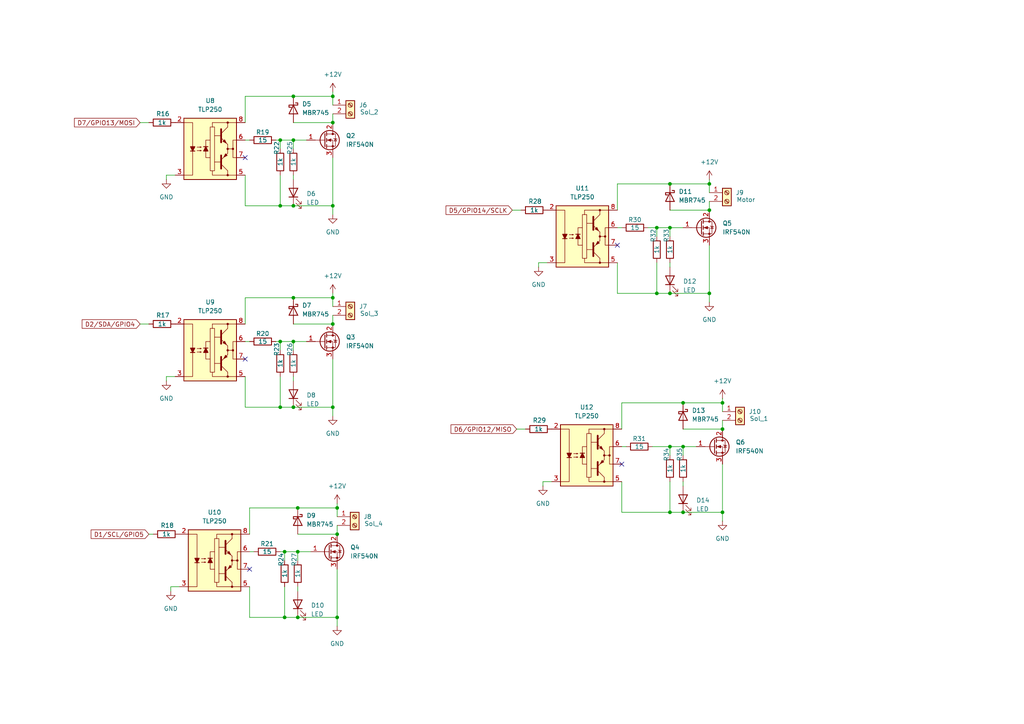
<source format=kicad_sch>
(kicad_sch (version 20250114) (generator "eeschema") (generator_version "9.0")
  (paper "A4")
  (title_block (title "ESP-12 Circuit for Pressure control") (date "2025-09-07") (rev "v1.0") (company "Metanoia") (comment 1 "designed by Mohamed U3"))
  (lib_symbols
    (symbol "Connector:Screw_Terminal_01x02" (pin_names (offset 1.016) (hide yes))
      (property "Reference" "J" (at 0 2.54 0))
      (property "Value" "Screw_Terminal_01x02" (at 0 -5.08 0))
      (symbol "Screw_Terminal_01x02_1_1"
        (rectangle (start -1.27 1.27) (end 1.27 -3.81) (stroke (width 0.254)) (fill (type background)))
        (polyline (pts (xy -0.5334 0.3302) (xy 0.3302 -0.508)) (stroke (width 0.1524)))
        (polyline (pts (xy -0.5334 -2.2098) (xy 0.3302 -3.048)) (stroke (width 0.1524)))
        (polyline (pts (xy -0.3556 0.508) (xy 0.508 -0.3302)) (stroke (width 0.1524)))
        (polyline (pts (xy -0.3556 -2.032) (xy 0.508 -2.8702)) (stroke (width 0.1524)))
        (circle (center 0 0) (radius 0.635) (stroke (width 0.1524)))
        (circle (center 0 -2.54) (radius 0.635) (stroke (width 0.1524)))
        (pin passive line (at -5.08 0 0) (length 3.81) (name "Pin_1") (number "1"))
        (pin passive line (at -5.08 -2.54 0) (length 3.81) (name "Pin_2") (number "2"))
      )
    )
    (symbol "Device:LED" (pin_numbers (hide yes)) (pin_names (offset 1.016) (hide yes))
      (property "Reference" "D" (at 0 2.54 0))
      (property "Value" "LED" (at 0 -2.54 0))
      (symbol "LED_0_1"
        (polyline (pts (xy -3.048 -0.762) (xy -4.572 -2.286) (xy -3.81 -2.286) (xy -4.572 -2.286) (xy -4.572 -1.524)))
        (polyline (pts (xy -1.778 -0.762) (xy -3.302 -2.286) (xy -2.54 -2.286) (xy -3.302 -2.286) (xy -3.302 -1.524)))
        (polyline (pts (xy -1.27 0) (xy 1.27 0)))
        (polyline (pts (xy -1.27 -1.27) (xy -1.27 1.27)) (stroke (width 0.254)))
        (polyline (pts (xy 1.27 -1.27) (xy 1.27 1.27) (xy -1.27 0) (xy 1.27 -1.27)) (stroke (width 0.254)))
      )
      (symbol "LED_1_1"
        (pin passive line (at -3.81 0 0) (length 2.54) (name "K") (number "1"))
        (pin passive line (at 3.81 0 180) (length 2.54) (name "A") (number "2"))
      )
    )
    (symbol "Device:R" (pin_numbers (hide yes)) (pin_names (offset 0))
      (property "Reference" "R" (at 2.032 0 90))
      (property "Value" "R" (at 0 0 90))
      (symbol "R_0_1"
        (rectangle (start -1.016 -2.54) (end 1.016 2.54) (stroke (width 0.254)))
      )
      (symbol "R_1_1"
        (pin passive line (at 0 3.81 270) (length 1.27) (name "~") (number "1"))
        (pin passive line (at 0 -3.81 90) (length 1.27) (name "~") (number "2"))
      )
    )
    (symbol "Diode:MBR745" (pin_numbers (hide yes)) (pin_names (offset 1.016) (hide yes))
      (property "Reference" "D" (at 0 2.54 0))
      (property "Value" "MBR745" (at 0 -2.54 0))
      (symbol "MBR745_0_1"
        (polyline (pts (xy -1.905 0.635) (xy -1.905 1.27) (xy -1.27 1.27) (xy -1.27 -1.27) (xy -0.635 -1.27) (xy -0.635 -0.635)) (stroke (width 0.254)))
        (polyline (pts (xy 1.27 1.27) (xy 1.27 -1.27) (xy -1.27 0) (xy 1.27 1.27)) (stroke (width 0.254)))
        (polyline (pts (xy 1.27 0) (xy -1.27 0)))
      )
      (symbol "MBR745_1_1"
        (pin passive line (at -3.81 0 0) (length 2.54) (name "K") (number "1"))
        (pin passive line (at 3.81 0 180) (length 2.54) (name "A") (number "2"))
      )
    )
    (symbol "Driver_FET:TLP250" (pin_names (hide yes))
      (property "Reference" "U" (at 0 12.7 0))
      (property "Value" "TLP250" (at 0 10.16 0))
      (symbol "TLP250_0_1"
        (rectangle (start -7.62 8.89) (end 7.62 -8.89) (stroke (width 0.254)) (fill (type background)))
        (polyline (pts (xy -7.62 7.62) (xy -5.08 7.62) (xy -5.08 -7.62) (xy -7.62 -7.62)))
        (polyline (pts (xy -5.715 -0.635) (xy -4.445 -0.635)) (stroke (width 0.254)))
        (polyline (pts (xy -5.08 -0.635) (xy -5.715 0.635) (xy -4.445 0.635) (xy -5.08 -0.635)) (stroke (width 0.254)) (fill (type outline)))
        (polyline (pts (xy -3.81 0.508) (xy -2.54 0.508) (xy -2.921 0.381) (xy -2.921 0.635) (xy -2.54 0.508)))
        (polyline (pts (xy -3.81 -0.508) (xy -2.54 -0.508) (xy -2.921 -0.635) (xy -2.921 -0.381) (xy -2.54 -0.508)))
        (polyline (pts (xy -1.27 0.635) (xy -1.27 2.54) (xy 0 2.54)))
        (polyline (pts (xy -1.27 0.635) (xy -0.635 -0.635) (xy -1.905 -0.635) (xy -1.27 0.635)) (stroke (width 0.254)) (fill (type outline)))
        (polyline (pts (xy -1.27 -0.635) (xy -1.27 -2.54) (xy 0 -2.54)))
        (polyline (pts (xy -0.635 0.635) (xy -1.905 0.635)) (stroke (width 0.254)))
        (rectangle (start 0.635 6.35) (end 0.635 7.62))
        (rectangle (start 0.635 6.35) (end 0.635 6.35))
        (polyline (pts (xy 0.635 -6.35) (xy 0.635 -7.62) (xy 7.62 -7.62)))
        (polyline (pts (xy 1.27 6.35) (xy 1.27 -6.35) (xy 0 -6.35) (xy 0 6.35) (xy 1.27 6.35)))
        (polyline (pts (xy 3.048 3.81) (xy 1.27 3.81)))
        (polyline (pts (xy 3.048 -3.81) (xy 1.27 -3.81)))
        (polyline (pts (xy 3.175 5.715) (xy 3.175 1.905) (xy 3.175 1.905)) (stroke (width 0.508)))
        (polyline (pts (xy 3.175 4.445) (xy 5.08 6.35)))
        (polyline (pts (xy 3.175 -4.445) (xy 5.08 -6.35)))
        (polyline (pts (xy 3.175 -5.715) (xy 3.175 -1.905) (xy 3.175 -1.905)) (stroke (width 0.508)))
        (polyline (pts (xy 3.683 2.159) (xy 4.191 2.667) (xy 4.699 1.651) (xy 3.683 2.159) (xy 3.683 2.159)) (fill (type outline)))
        (polyline (pts (xy 4.953 -1.905) (xy 4.445 -1.397) (xy 3.937 -2.413) (xy 4.953 -1.905) (xy 4.953 -1.905)) (fill (type outline)))
        (circle (center 5.08 7.62) (radius 0.254) (fill (type outline)))
        (polyline (pts (xy 5.08 6.35) (xy 5.08 7.62)))
        (polyline (pts (xy 5.08 1.27) (xy 3.175 3.175)) (fill (type outline)))
        (rectangle (start 5.08 1.27) (end 5.08 -1.27))
        (polyline (pts (xy 5.08 0) (xy 6.604 0)))
        (circle (center 5.08 0) (radius 0.254) (fill (type outline)))
        (polyline (pts (xy 5.08 -1.27) (xy 3.175 -3.175)) (fill (type outline)))
        (polyline (pts (xy 5.08 -6.35) (xy 5.08 -7.62)))
        (circle (center 5.08 -7.62) (radius 0.254) (fill (type outline)))
        (circle (center 6.604 0) (radius 0.254) (fill (type outline)))
        (polyline (pts (xy 7.62 7.62) (xy 0.635 7.62)))
        (polyline (pts (xy 7.62 2.54) (xy 6.604 2.54) (xy 6.604 -2.54) (xy 7.62 -2.54)))
      )
      (symbol "TLP250_1_1"
        (pin passive line (at -10.16 7.62 0) (length 2.54) (name "A") (number "2"))
        (pin passive line (at -10.16 -7.62 0) (length 2.54) (name "C") (number "3"))
        (pin no_connect line (at -7.62 2.54 0) (length 2.54) (hide yes) (name "NC") (number "1"))
        (pin no_connect line (at -7.62 -2.54 0) (length 2.54) (hide yes) (name "NC") (number "4"))
        (pin power_in line (at 10.16 7.62 180) (length 2.54) (name "VCC") (number "8"))
        (pin output line (at 10.16 2.54 180) (length 2.54) (name "VO") (number "6"))
        (pin output line (at 10.16 -2.54 180) (length 2.54) (name "VO") (number "7"))
        (pin power_in line (at 10.16 -7.62 180) (length 2.54) (name "VEE") (number "5"))
      )
    )
    (symbol "Transistor_FET:IRF540N" (pin_names (hide yes))
      (property "Reference" "Q" (at 5.08 1.905 0))
      (property "Value" "IRF540N" (at 5.08 0 0))
      (symbol "IRF540N_0_1"
        (polyline (pts (xy 0.254 1.905) (xy 0.254 -1.905)) (stroke (width 0.254)))
        (polyline (pts (xy 0.254 0) (xy -2.54 0)))
        (polyline (pts (xy 0.762 2.286) (xy 0.762 1.27)) (stroke (width 0.254)))
        (polyline (pts (xy 0.762 0.508) (xy 0.762 -0.508)) (stroke (width 0.254)))
        (polyline (pts (xy 0.762 -1.27) (xy 0.762 -2.286)) (stroke (width 0.254)))
        (polyline (pts (xy 0.762 -1.778) (xy 3.302 -1.778) (xy 3.302 1.778) (xy 0.762 1.778)))
        (polyline (pts (xy 1.016 0) (xy 2.032 0.381) (xy 2.032 -0.381) (xy 1.016 0)) (fill (type outline)))
        (circle (center 1.651 0) (radius 2.794) (stroke (width 0.254)))
        (polyline (pts (xy 2.54 2.54) (xy 2.54 1.778)))
        (circle (center 2.54 1.778) (radius 0.254) (fill (type outline)))
        (circle (center 2.54 -1.778) (radius 0.254) (fill (type outline)))
        (polyline (pts (xy 2.54 -2.54) (xy 2.54 0) (xy 0.762 0)))
        (polyline (pts (xy 2.794 0.508) (xy 2.921 0.381) (xy 3.683 0.381) (xy 3.81 0.254)))
        (polyline (pts (xy 3.302 0.381) (xy 2.921 -0.254) (xy 3.683 -0.254) (xy 3.302 0.381)))
      )
      (symbol "IRF540N_1_1"
        (pin input line (at -5.08 0 0) (length 2.54) (name "G") (number "1"))
        (pin passive line (at 2.54 5.08 270) (length 2.54) (name "D") (number "2"))
        (pin passive line (at 2.54 -5.08 90) (length 2.54) (name "S") (number "3"))
      )
    )
    (symbol "power:+12V" (power) (pin_numbers (hide yes)) (pin_names (offset 0) (hide yes))
      (property "Value" "+12V" (at 0 3.556 0))
      (symbol "+12V_0_1"
        (polyline (pts (xy -0.762 1.27) (xy 0 2.54)))
        (polyline (pts (xy 0 2.54) (xy 0.762 1.27)))
        (polyline (pts (xy 0 0) (xy 0 2.54)))
      )
      (symbol "+12V_1_1"
        (pin power_in line (at 0 0 90) (length 0) (name "~") (number "1"))
      )
    )
    (symbol "power:GND" (power) (pin_numbers (hide yes)) (pin_names (offset 0) (hide yes))
      (property "Value" "GND" (at 0 -3.81 0))
      (symbol "GND_0_1"
        (polyline (pts (xy 0 0) (xy 0 -1.27) (xy 1.27 -1.27) (xy 0 -2.54) (xy -1.27 -1.27) (xy 0 -1.27)))
      )
      (symbol "GND_1_1"
        (pin power_in line (at 0 0 270) (length 0) (name "~") (number "1"))
      )
    )
  )
  (junction (at 85.09 86.36))
  (junction (at 209.55 124.46))
  (junction (at 198.12 116.84))
  (junction (at 96.52 59.69))
  (junction (at 194.31 66.04))
  (junction (at 86.36 179.07))
  (junction (at 205.74 60.96))
  (junction (at 82.55 160.02))
  (junction (at 86.36 147.32))
  (junction (at 82.55 179.07))
  (junction (at 96.52 27.94))
  (junction (at 85.09 118.11))
  (junction (at 194.31 148.59))
  (junction (at 209.55 148.59))
  (junction (at 209.55 116.84))
  (junction (at 97.79 154.94))
  (junction (at 194.31 129.54))
  (junction (at 96.52 35.56))
  (junction (at 85.09 27.94))
  (junction (at 190.5 66.04))
  (junction (at 81.28 99.06))
  (junction (at 194.31 85.09))
  (junction (at 81.28 118.11))
  (junction (at 85.09 59.69))
  (junction (at 96.52 118.11))
  (junction (at 85.09 40.64))
  (junction (at 96.52 93.98))
  (junction (at 86.36 160.02))
  (junction (at 81.28 59.69))
  (junction (at 97.79 179.07))
  (junction (at 194.31 53.34))
  (junction (at 190.5 85.09))
  (junction (at 205.74 53.34))
  (junction (at 97.79 147.32))
  (junction (at 81.28 40.64))
  (junction (at 198.12 129.54))
  (junction (at 205.74 85.09))
  (junction (at 96.52 86.36))
  (junction (at 198.12 148.59))
  (junction (at 85.09 99.06))
  (no_connect (at 72.39 165.1))
  (no_connect (at 71.12 45.72))
  (no_connect (at 179.07 71.12))
  (no_connect (at 71.12 104.14))
  (no_connect (at 180.34 134.62))
  (wire (pts (xy 96.52 120.65) (xy 96.52 118.11)))
  (wire (pts (xy 189.23 129.54) (xy 194.31 129.54)))
  (wire (pts (xy 179.07 76.2) (xy 179.07 85.09)))
  (wire (pts (xy 85.09 101.6) (xy 85.09 99.06)))
  (wire (pts (xy 190.5 66.04) (xy 194.31 66.04)))
  (wire (pts (xy 80.01 99.06) (xy 81.28 99.06)))
  (wire (pts (xy 72.39 179.07) (xy 82.55 179.07)))
  (wire (pts (xy 85.09 35.56) (xy 96.52 35.56)))
  (wire (pts (xy 72.39 147.32) (xy 86.36 147.32)))
  (wire (pts (xy 71.12 109.22) (xy 71.12 118.11)))
  (wire (pts (xy 82.55 162.56) (xy 82.55 160.02)))
  (wire (pts (xy 82.55 170.18) (xy 82.55 179.07)))
  (wire (pts (xy 205.74 53.34) (xy 205.74 55.88)))
  (wire (pts (xy 194.31 139.7) (xy 194.31 148.59)))
  (wire (pts (xy 180.34 116.84) (xy 180.34 124.46)))
  (wire (pts (xy 179.07 53.34) (xy 179.07 60.96)))
  (wire (pts (xy 96.52 118.11) (xy 85.09 118.11)))
  (wire (pts (xy 81.28 118.11) (xy 85.09 118.11)))
  (wire (pts (xy 81.28 43.18) (xy 81.28 40.64)))
  (wire (pts (xy 157.48 139.7) (xy 157.48 140.97)))
  (wire (pts (xy 49.53 170.18) (xy 49.53 171.45)))
  (wire (pts (xy 205.74 58.42) (xy 205.74 60.96)))
  (wire (pts (xy 180.34 129.54) (xy 181.61 129.54)))
  (wire (pts (xy 179.07 85.09) (xy 190.5 85.09)))
  (wire (pts (xy 85.09 109.22) (xy 85.09 110.49)))
  (wire (pts (xy 209.55 134.62) (xy 209.55 148.59)))
  (wire (pts (xy 81.28 50.8) (xy 81.28 59.69)))
  (wire (pts (xy 194.31 132.08) (xy 194.31 129.54)))
  (wire (pts (xy 85.09 40.64) (xy 88.9 40.64)))
  (wire (pts (xy 71.12 59.69) (xy 81.28 59.69)))
  (wire (pts (xy 85.09 43.18) (xy 85.09 40.64)))
  (wire (pts (xy 72.39 147.32) (xy 72.39 154.94)))
  (wire (pts (xy 71.12 86.36) (xy 71.12 93.98)))
  (wire (pts (xy 85.09 50.8) (xy 85.09 52.07)))
  (wire (pts (xy 85.09 27.94) (xy 96.52 27.94)))
  (wire (pts (xy 180.34 139.7) (xy 180.34 148.59)))
  (wire (pts (xy 40.64 93.98) (xy 43.18 93.98)))
  (wire (pts (xy 187.96 66.04) (xy 190.5 66.04)))
  (wire (pts (xy 156.21 76.2) (xy 156.21 77.47)))
  (wire (pts (xy 209.55 148.59) (xy 198.12 148.59)))
  (wire (pts (xy 50.8 50.8) (xy 48.26 50.8)))
  (wire (pts (xy 86.36 162.56) (xy 86.36 160.02)))
  (wire (pts (xy 44.45 154.94) (xy 43.18 154.94)))
  (wire (pts (xy 81.28 109.22) (xy 81.28 118.11)))
  (wire (pts (xy 96.52 62.23) (xy 96.52 59.69)))
  (wire (pts (xy 82.55 179.07) (xy 86.36 179.07)))
  (wire (pts (xy 73.66 160.02) (xy 72.39 160.02)))
  (wire (pts (xy 96.52 86.36) (xy 96.52 88.9)))
  (wire (pts (xy 85.09 86.36) (xy 96.52 86.36)))
  (wire (pts (xy 97.79 181.61) (xy 97.79 179.07)))
  (wire (pts (xy 86.36 170.18) (xy 86.36 171.45)))
  (wire (pts (xy 190.5 76.2) (xy 190.5 85.09)))
  (wire (pts (xy 97.79 147.32) (xy 97.79 149.86)))
  (wire (pts (xy 209.55 116.84) (xy 209.55 119.38)))
  (wire (pts (xy 158.75 76.2) (xy 156.21 76.2)))
  (wire (pts (xy 149.86 124.46) (xy 152.4 124.46)))
  (wire (pts (xy 96.52 27.94) (xy 96.52 30.48)))
  (wire (pts (xy 97.79 179.07) (xy 86.36 179.07)))
  (wire (pts (xy 97.79 152.4) (xy 97.79 154.94)))
  (wire (pts (xy 209.55 121.92) (xy 209.55 124.46)))
  (wire (pts (xy 97.79 146.05) (xy 97.79 147.32)))
  (wire (pts (xy 81.28 59.69) (xy 85.09 59.69)))
  (wire (pts (xy 96.52 104.14) (xy 96.52 118.11)))
  (wire (pts (xy 194.31 129.54) (xy 198.12 129.54)))
  (wire (pts (xy 81.28 101.6) (xy 81.28 99.06)))
  (wire (pts (xy 96.52 33.02) (xy 96.52 35.56)))
  (wire (pts (xy 148.59 60.96) (xy 151.13 60.96)))
  (wire (pts (xy 198.12 139.7) (xy 198.12 140.97)))
  (wire (pts (xy 198.12 129.54) (xy 201.93 129.54)))
  (wire (pts (xy 48.26 109.22) (xy 48.26 110.49)))
  (wire (pts (xy 97.79 165.1) (xy 97.79 179.07)))
  (wire (pts (xy 205.74 71.12) (xy 205.74 85.09)))
  (wire (pts (xy 194.31 68.58) (xy 194.31 66.04)))
  (wire (pts (xy 72.39 40.64) (xy 71.12 40.64)))
  (wire (pts (xy 40.64 35.56) (xy 43.18 35.56)))
  (wire (pts (xy 209.55 151.13) (xy 209.55 148.59)))
  (wire (pts (xy 85.09 99.06) (xy 88.9 99.06)))
  (wire (pts (xy 48.26 50.8) (xy 48.26 52.07)))
  (wire (pts (xy 209.55 115.57) (xy 209.55 116.84)))
  (wire (pts (xy 71.12 86.36) (xy 85.09 86.36)))
  (wire (pts (xy 190.5 85.09) (xy 194.31 85.09)))
  (wire (pts (xy 198.12 124.46) (xy 209.55 124.46)))
  (wire (pts (xy 71.12 50.8) (xy 71.12 59.69)))
  (wire (pts (xy 194.31 60.96) (xy 205.74 60.96)))
  (wire (pts (xy 71.12 99.06) (xy 72.39 99.06)))
  (wire (pts (xy 81.28 40.64) (xy 85.09 40.64)))
  (wire (pts (xy 71.12 27.94) (xy 71.12 35.56)))
  (wire (pts (xy 198.12 132.08) (xy 198.12 129.54)))
  (wire (pts (xy 160.02 139.7) (xy 157.48 139.7)))
  (wire (pts (xy 194.31 148.59) (xy 198.12 148.59)))
  (wire (pts (xy 179.07 66.04) (xy 180.34 66.04)))
  (wire (pts (xy 96.52 85.09) (xy 96.52 86.36)))
  (wire (pts (xy 72.39 170.18) (xy 72.39 179.07)))
  (wire (pts (xy 50.8 109.22) (xy 48.26 109.22)))
  (wire (pts (xy 198.12 116.84) (xy 209.55 116.84)))
  (wire (pts (xy 82.55 160.02) (xy 86.36 160.02)))
  (wire (pts (xy 96.52 91.44) (xy 96.52 93.98)))
  (wire (pts (xy 52.07 170.18) (xy 49.53 170.18)))
  (wire (pts (xy 179.07 53.34) (xy 194.31 53.34)))
  (wire (pts (xy 180.34 148.59) (xy 194.31 148.59)))
  (wire (pts (xy 205.74 85.09) (xy 194.31 85.09)))
  (wire (pts (xy 81.28 160.02) (xy 82.55 160.02)))
  (wire (pts (xy 80.01 40.64) (xy 81.28 40.64)))
  (wire (pts (xy 190.5 68.58) (xy 190.5 66.04)))
  (wire (pts (xy 205.74 87.63) (xy 205.74 85.09)))
  (wire (pts (xy 85.09 93.98) (xy 96.52 93.98)))
  (wire (pts (xy 96.52 59.69) (xy 85.09 59.69)))
  (wire (pts (xy 71.12 118.11) (xy 81.28 118.11)))
  (wire (pts (xy 96.52 26.67) (xy 96.52 27.94)))
  (wire (pts (xy 180.34 116.84) (xy 198.12 116.84)))
  (wire (pts (xy 194.31 53.34) (xy 205.74 53.34)))
  (wire (pts (xy 86.36 160.02) (xy 90.17 160.02)))
  (wire (pts (xy 194.31 76.2) (xy 194.31 77.47)))
  (wire (pts (xy 96.52 45.72) (xy 96.52 59.69)))
  (wire (pts (xy 194.31 66.04) (xy 198.12 66.04)))
  (wire (pts (xy 205.74 52.07) (xy 205.74 53.34)))
  (wire (pts (xy 86.36 154.94) (xy 97.79 154.94)))
  (wire (pts (xy 71.12 27.94) (xy 85.09 27.94)))
  (wire (pts (xy 81.28 99.06) (xy 85.09 99.06)))
  (wire (pts (xy 86.36 147.32) (xy 97.79 147.32)))
  (global_label "D2{slash}SDA{slash}GPIO4" (shape input) (at 40.64 93.98 180) (property "Intersheetrefs" "${INTERSHEET_REFS}" (effects (hide yes))))
  (global_label "D6{slash}GPIO12{slash}MISO" (shape input) (at 149.86 124.46 180) (property "Intersheetrefs" "${INTERSHEET_REFS}" (effects (hide yes))))
  (global_label "D5{slash}GPIO14{slash}SCLK" (shape input) (at 148.59 60.96 180) (property "Intersheetrefs" "${INTERSHEET_REFS}" (effects (hide yes))))
  (global_label "D7{slash}GPIO13{slash}MOSI" (shape input) (at 40.64 35.56 180) (property "Intersheetrefs" "${INTERSHEET_REFS}" (effects (hide yes))))
  (global_label "D1{slash}SCL{slash}GPIO5" (shape input) (at 43.18 154.94 180) (property "Intersheetrefs" "${INTERSHEET_REFS}" (effects (hide yes))))
  (symbol (lib_id "Transistor_FET:IRF540N") (at 93.98 40.64 0) (unit 1)
    (property "Reference" "Q2" (at 100.33 39.3699 0) (effects (justify left)))
    (property "Value" "IRF540N" (at 100.33 41.9099 0) (effects (justify left)))
    (property "Footprint" "Package_TO_SOT_THT:TO-220-3_Vertical" (effects (hide yes)))
    (property "Datasheet" "http://www.irf.com/product-info/datasheets/data/irf540n.pdf" (effects (hide yes)))
    (property "Description" "33A Id, 100V Vds, HEXFET N-Channel MOSFET, TO-220" (effects (hide yes)))
    (property "LINK" "https://makerselectronics.com/product/irf540-n-channel-power-mosfet-to-220-100v-0-044ω-33a" (effects (hide yes)))
  )
  (symbol (lib_id "Connector:Screw_Terminal_01x02") (at 210.82 55.88 0) (unit 1)
    (property "Reference" "J9" (at 213.36 55.8799 0) (effects (justify left)))
    (property "Value" "Motor" (at 213.614 57.912 0) (effects (justify left)))
    (property "Footprint" "TerminalBlock_RND:TerminalBlock_RND_205-00276_1x02_P5.00mm_Vertical" (effects (hide yes)))
    (property "Description" "Generic screw terminal, single row, 01x02, script generated (kicad-library-utils/schlib/autogen/connector/)" (effects (hide yes)))
    (property "LINK" "https://makerselectronics.com/product/terminal-block-kf2edgv-5-08-2p" (effects (hide yes)))
  )
  (symbol (lib_id "power:GND") (at 96.52 120.65 0) (unit 1)
    (property "Reference" "#PWR051" (effects (hide yes)))
    (property "Value" "GND" (at 96.52 125.73 0))
    (property "Description" "Power symbol creates a global label with name \"GND\" , ground" (effects (hide yes)))
  )
  (symbol (lib_id "power:GND") (at 97.79 181.61 0) (unit 1)
    (property "Reference" "#PWR053" (effects (hide yes)))
    (property "Value" "GND" (at 97.79 186.69 0))
    (property "Description" "Power symbol creates a global label with name \"GND\" , ground" (effects (hide yes)))
  )
  (symbol (lib_id "Device:R") (at 184.15 66.04 90) (unit 1)
    (property "Reference" "R30" (at 184.15 63.754 90))
    (property "Value" "15" (at 184.15 66.04 90))
    (property "Footprint" "Resistor_SMD:R_1206_3216Metric_Pad1.30x1.75mm_HandSolder" (effects (hide yes)))
    (property "Description" "Resistor" (effects (hide yes)))
    (property "LINK" "https://free-electronic.com/product/smd-resistor-15-ohm-1-4w" (effects (hide yes)))
  )
  (symbol (lib_id "Device:R") (at 154.94 60.96 270) (unit 1)
    (property "Reference" "R28" (at 155.194 58.42 90))
    (property "Value" "1k" (at 154.94 60.96 90))
    (property "Footprint" "Resistor_SMD:R_1206_3216Metric_Pad1.30x1.75mm_HandSolder" (effects (hide yes)))
    (property "Description" "Resistor" (effects (hide yes)))
    (property "LINK" "https://makerselectronics.com/product/chip-resistor-smd-1kω-±5-0-25w-±100ppm-℃-1206-chip" (effects (hide yes)))
  )
  (symbol (lib_id "Device:R") (at 185.42 129.54 90) (unit 1)
    (property "Reference" "R31" (at 185.42 127.254 90))
    (property "Value" "15" (at 185.42 129.54 90))
    (property "Footprint" "Resistor_SMD:R_1206_3216Metric_Pad1.30x1.75mm_HandSolder" (effects (hide yes)))
    (property "Description" "Resistor" (effects (hide yes)))
    (property "LINK" "https://free-electronic.com/product/smd-resistor-15-ohm-1-4w" (effects (hide yes)))
  )
  (symbol (lib_id "power:GND") (at 209.55 151.13 0) (unit 1)
    (property "Reference" "#PWR059" (effects (hide yes)))
    (property "Value" "GND" (at 209.55 156.21 0))
    (property "Description" "Power symbol creates a global label with name \"GND\" , ground" (effects (hide yes)))
  )
  (symbol (lib_id "Diode:MBR745") (at 85.09 31.75 270) (unit 1)
    (property "Reference" "D5" (at 87.63 30.1624 90) (effects (justify left)))
    (property "Value" "MBR745" (at 87.63 32.7024 90) (effects (justify left)))
    (property "Footprint" "Package_TO_SOT_THT:TO-220-2_Vertical" (effects (hide yes)))
    (property "Datasheet" "http://www.onsemi.com/pub_link/Collateral/MBR735-D.PDF" (effects (hide yes)))
    (property "Description" "45V 7.5A Schottky Barrier Rectifier Diode, TO-220" (effects (hide yes)))
    (property "LINK" "https://makerselectronics.com/product/mbr745-schottky-barrier-diode-45v-7-5a-through-hole-to-220-2" (effects (hide yes)))
  )
  (symbol (lib_id "power:+12V") (at 209.55 115.57 0) (unit 1)
    (property "Reference" "#PWR058" (effects (hide yes)))
    (property "Value" "+12V" (at 209.55 110.49 0))
    (property "Description" "Power symbol creates a global label with name \"+12V\"" (effects (hide yes)))
  )
  (symbol (lib_id "Connector:Screw_Terminal_01x02") (at 102.87 149.86 0) (unit 1)
    (property "Reference" "J8" (at 105.41 149.8599 0) (effects (justify left)))
    (property "Value" "Sol_4" (at 105.664 151.892 0) (effects (justify left)))
    (property "Footprint" "TerminalBlock_RND:TerminalBlock_RND_205-00276_1x02_P5.00mm_Vertical" (effects (hide yes)))
    (property "Description" "Generic screw terminal, single row, 01x02, script generated (kicad-library-utils/schlib/autogen/connector/)" (effects (hide yes)))
    (property "LINK" "https://makerselectronics.com/product/terminal-block-kf2edgv-5-08-2p" (effects (hide yes)))
  )
  (symbol (lib_id "Driver_FET:TLP250") (at 60.96 101.6 0) (unit 1)
    (property "Reference" "U9" (at 60.96 87.63 0))
    (property "Value" "TLP250" (at 60.96 90.17 0))
    (property "Footprint" "Package_DIP:DIP-8_W7.62mm" (effects (hide yes)))
    (property "Datasheet" "http://toshiba.semicon-storage.com/info/docget.jsp?did=16821&prodName=TLP250" (effects (hide yes)))
    (property "Description" "Gate Drive Optocoupler, Output Current 1.5/1.5A, DIP-8" (effects (hide yes)))
    (property "LINK" "https://makerselectronics.com/product/tlp250-mosfet-driver-dip-8" (effects (hide yes)))
  )
  (symbol (lib_id "power:+12V") (at 97.79 146.05 0) (unit 1)
    (property "Reference" "#PWR052" (effects (hide yes)))
    (property "Value" "+12V" (at 97.79 140.97 0))
    (property "Description" "Power symbol creates a global label with name \"+12V\"" (effects (hide yes)))
  )
  (symbol (lib_id "Device:R") (at 194.31 72.39 180) (unit 1)
    (property "Reference" "R33" (at 193.294 68.326 90))
    (property "Value" "1k" (at 194.31 72.39 90))
    (property "Footprint" "Resistor_SMD:R_1206_3216Metric_Pad1.30x1.75mm_HandSolder" (effects (hide yes)))
    (property "Description" "Resistor" (effects (hide yes)))
    (property "LINK" "https://makerselectronics.com/product/chip-resistor-smd-1kω-±5-0-25w-±100ppm-℃-1206-chip" (effects (hide yes)))
  )
  (symbol (lib_id "Driver_FET:TLP250") (at 170.18 132.08 0) (unit 1)
    (property "Reference" "U12" (at 170.18 118.11 0))
    (property "Value" "TLP250" (at 170.18 120.65 0))
    (property "Footprint" "Package_DIP:DIP-8_W7.62mm" (effects (hide yes)))
    (property "Datasheet" "http://toshiba.semicon-storage.com/info/docget.jsp?did=16821&prodName=TLP250" (effects (hide yes)))
    (property "Description" "Gate Drive Optocoupler, Output Current 1.5/1.5A, DIP-8" (effects (hide yes)))
    (property "LINK" "https://makerselectronics.com/product/tlp250-mosfet-driver-dip-8" (effects (hide yes)))
  )
  (symbol (lib_id "power:+12V") (at 96.52 85.09 0) (unit 1)
    (property "Reference" "#PWR050" (effects (hide yes)))
    (property "Value" "+12V" (at 96.52 80.01 0))
    (property "Description" "Power symbol creates a global label with name \"+12V\"" (effects (hide yes)))
  )
  (symbol (lib_id "Device:R") (at 76.2 40.64 90) (unit 1)
    (property "Reference" "R19" (at 76.2 38.354 90))
    (property "Value" "15" (at 76.2 40.64 90))
    (property "Footprint" "Resistor_SMD:R_1206_3216Metric_Pad1.30x1.75mm_HandSolder" (effects (hide yes)))
    (property "Description" "Resistor" (effects (hide yes)))
    (property "LINK" "https://free-electronic.com/product/smd-resistor-15-ohm-1-4w" (effects (hide yes)))
  )
  (symbol (lib_id "Diode:MBR745") (at 85.09 90.17 270) (unit 1)
    (property "Reference" "D7" (at 87.63 88.5824 90) (effects (justify left)))
    (property "Value" "MBR745" (at 87.63 91.1224 90) (effects (justify left)))
    (property "Footprint" "Package_TO_SOT_THT:TO-220-2_Vertical" (effects (hide yes)))
    (property "Datasheet" "http://www.onsemi.com/pub_link/Collateral/MBR735-D.PDF" (effects (hide yes)))
    (property "Description" "45V 7.5A Schottky Barrier Rectifier Diode, TO-220" (effects (hide yes)))
    (property "LINK" "https://makerselectronics.com/product/mbr745-schottky-barrier-diode-45v-7-5a-through-hole-to-220-2" (effects (hide yes)))
  )
  (symbol (lib_id "Driver_FET:TLP250") (at 168.91 68.58 0) (unit 1)
    (property "Reference" "U11" (at 168.91 54.61 0))
    (property "Value" "TLP250" (at 168.91 57.15 0))
    (property "Footprint" "Package_DIP:DIP-8_W7.62mm" (effects (hide yes)))
    (property "Datasheet" "http://toshiba.semicon-storage.com/info/docget.jsp?did=16821&prodName=TLP250" (effects (hide yes)))
    (property "Description" "Gate Drive Optocoupler, Output Current 1.5/1.5A, DIP-8" (effects (hide yes)))
    (property "LINK" "https://makerselectronics.com/product/tlp250-mosfet-driver-dip-8" (effects (hide yes)))
  )
  (symbol (lib_id "Connector:Screw_Terminal_01x02") (at 101.6 30.48 0) (unit 1)
    (property "Reference" "J6" (at 104.14 30.4799 0) (effects (justify left)))
    (property "Value" "Sol_2" (at 104.394 32.512 0) (effects (justify left)))
    (property "Footprint" "TerminalBlock_RND:TerminalBlock_RND_205-00276_1x02_P5.00mm_Vertical" (effects (hide yes)))
    (property "Description" "Generic screw terminal, single row, 01x02, script generated (kicad-library-utils/schlib/autogen/connector/)" (effects (hide yes)))
    (property "LINK" "https://makerselectronics.com/product/terminal-block-kf2edgv-5-08-2p" (effects (hide yes)))
  )
  (symbol (lib_id "Device:R") (at 85.09 105.41 180) (unit 1)
    (property "Reference" "R26" (at 84.074 101.346 90))
    (property "Value" "1k" (at 85.09 105.41 90))
    (property "Footprint" "Resistor_SMD:R_1206_3216Metric_Pad1.30x1.75mm_HandSolder" (effects (hide yes)))
    (property "Description" "Resistor" (effects (hide yes)))
    (property "LINK" "https://makerselectronics.com/product/chip-resistor-smd-1kω-±5-0-25w-±100ppm-℃-1206-chip" (effects (hide yes)))
  )
  (symbol (lib_id "Device:R") (at 48.26 154.94 270) (unit 1)
    (property "Reference" "R18" (at 48.514 152.4 90))
    (property "Value" "1k" (at 48.26 154.94 90))
    (property "Footprint" "Resistor_SMD:R_1206_3216Metric_Pad1.30x1.75mm_HandSolder" (effects (hide yes)))
    (property "Description" "Resistor" (effects (hide yes)))
    (property "LINK" "https://makerselectronics.com/product/chip-resistor-smd-1kω-±5-0-25w-±100ppm-℃-1206-chip" (effects (hide yes)))
  )
  (symbol (lib_id "Connector:Screw_Terminal_01x02") (at 101.6 88.9 0) (unit 1)
    (property "Reference" "J7" (at 104.14 88.8999 0) (effects (justify left)))
    (property "Value" "Sol_3" (at 104.394 90.932 0) (effects (justify left)))
    (property "Footprint" "TerminalBlock_RND:TerminalBlock_RND_205-00276_1x02_P5.00mm_Vertical" (effects (hide yes)))
    (property "Description" "Generic screw terminal, single row, 01x02, script generated (kicad-library-utils/schlib/autogen/connector/)" (effects (hide yes)))
    (property "LINK" "https://makerselectronics.com/product/terminal-block-kf2edgv-5-08-2p" (effects (hide yes)))
  )
  (symbol (lib_id "Driver_FET:TLP250") (at 62.23 162.56 0) (unit 1)
    (property "Reference" "U10" (at 62.23 148.59 0))
    (property "Value" "TLP250" (at 62.23 151.13 0))
    (property "Footprint" "Package_DIP:DIP-8_W7.62mm" (effects (hide yes)))
    (property "Datasheet" "http://toshiba.semicon-storage.com/info/docget.jsp?did=16821&prodName=TLP250" (effects (hide yes)))
    (property "Description" "Gate Drive Optocoupler, Output Current 1.5/1.5A, DIP-8" (effects (hide yes)))
    (property "LINK" "https://makerselectronics.com/product/tlp250-mosfet-driver-dip-8" (effects (hide yes)))
  )
  (symbol (lib_id "Transistor_FET:IRF540N") (at 93.98 99.06 0) (unit 1)
    (property "Reference" "Q3" (at 100.33 97.7899 0) (effects (justify left)))
    (property "Value" "IRF540N" (at 100.33 100.3299 0) (effects (justify left)))
    (property "Footprint" "Package_TO_SOT_THT:TO-220-3_Vertical" (effects (hide yes)))
    (property "Datasheet" "http://www.irf.com/product-info/datasheets/data/irf540n.pdf" (effects (hide yes)))
    (property "Description" "33A Id, 100V Vds, HEXFET N-Channel MOSFET, TO-220" (effects (hide yes)))
    (property "LINK" "https://makerselectronics.com/product/irf540-n-channel-power-mosfet-to-220-100v-0-044ω-33a" (effects (hide yes)))
  )
  (symbol (lib_id "power:GND") (at 96.52 62.23 0) (unit 1)
    (property "Reference" "#PWR049" (effects (hide yes)))
    (property "Value" "GND" (at 96.52 67.31 0))
    (property "Description" "Power symbol creates a global label with name \"GND\" , ground" (effects (hide yes)))
  )
  (symbol (lib_id "Transistor_FET:IRF540N") (at 95.25 160.02 0) (unit 1)
    (property "Reference" "Q4" (at 101.6 158.7499 0) (effects (justify left)))
    (property "Value" "IRF540N" (at 101.6 161.2899 0) (effects (justify left)))
    (property "Footprint" "Package_TO_SOT_THT:TO-220-3_Vertical" (effects (hide yes)))
    (property "Datasheet" "http://www.irf.com/product-info/datasheets/data/irf540n.pdf" (effects (hide yes)))
    (property "Description" "33A Id, 100V Vds, HEXFET N-Channel MOSFET, TO-220" (effects (hide yes)))
    (property "LINK" "https://makerselectronics.com/product/irf540-n-channel-power-mosfet-to-220-100v-0-044ω-33a" (effects (hide yes)))
  )
  (symbol (lib_id "power:+12V") (at 205.74 52.07 0) (unit 1)
    (property "Reference" "#PWR056" (effects (hide yes)))
    (property "Value" "+12V" (at 205.74 46.99 0))
    (property "Description" "Power symbol creates a global label with name \"+12V\"" (effects (hide yes)))
  )
  (symbol (lib_id "Device:LED") (at 86.36 175.26 90) (unit 1)
    (property "Reference" "D10" (at 90.17 175.5774 90) (effects (justify right)))
    (property "Value" "LED" (at 90.17 178.1174 90) (effects (justify right)))
    (property "Footprint" "LED_SMD:LED_1206_3216Metric" (effects (hide yes)))
    (property "Description" "Light emitting diode" (effects (hide yes)))
    (property "Sim.Pins" "1=K 2=A" (effects (hide yes)))
    (property "LINK" "https://makerselectronics.com/product/smd-led-red-1206" (effects (hide yes)))
  )
  (symbol (lib_id "power:GND") (at 205.74 87.63 0) (unit 1)
    (property "Reference" "#PWR057" (effects (hide yes)))
    (property "Value" "GND" (at 205.74 92.71 0))
    (property "Description" "Power symbol creates a global label with name \"GND\" , ground" (effects (hide yes)))
  )
  (symbol (lib_id "Device:R") (at 194.31 135.89 180) (unit 1)
    (property "Reference" "R34" (at 193.294 131.826 90))
    (property "Value" "1k" (at 194.31 135.89 90))
    (property "Footprint" "Resistor_SMD:R_1206_3216Metric_Pad1.30x1.75mm_HandSolder" (effects (hide yes)))
    (property "Description" "Resistor" (effects (hide yes)))
    (property "LINK" "https://makerselectronics.com/product/chip-resistor-smd-1kω-±5-0-25w-±100ppm-℃-1206-chip" (effects (hide yes)))
  )
  (symbol (lib_id "power:GND") (at 49.53 171.45 0) (unit 1)
    (property "Reference" "#PWR047" (effects (hide yes)))
    (property "Value" "GND" (at 49.53 176.53 0))
    (property "Description" "Power symbol creates a global label with name \"GND\" , ground" (effects (hide yes)))
  )
  (symbol (lib_id "Transistor_FET:IRF540N") (at 207.01 129.54 0) (unit 1)
    (property "Reference" "Q6" (at 213.36 128.2699 0) (effects (justify left)))
    (property "Value" "IRF540N" (at 213.36 130.8099 0) (effects (justify left)))
    (property "Footprint" "Package_TO_SOT_THT:TO-220-3_Vertical" (effects (hide yes)))
    (property "Datasheet" "http://www.irf.com/product-info/datasheets/data/irf540n.pdf" (effects (hide yes)))
    (property "Description" "33A Id, 100V Vds, HEXFET N-Channel MOSFET, TO-220" (effects (hide yes)))
    (property "LINK" "https://makerselectronics.com/product/irf540-n-channel-power-mosfet-to-220-100v-0-044ω-33a" (effects (hide yes)))
  )
  (symbol (lib_id "Device:R") (at 46.99 35.56 270) (unit 1)
    (property "Reference" "R16" (at 47.244 33.02 90))
    (property "Value" "1k" (at 46.99 35.56 90))
    (property "Footprint" "Resistor_SMD:R_1206_3216Metric_Pad1.30x1.75mm_HandSolder" (effects (hide yes)))
    (property "Description" "Resistor" (effects (hide yes)))
    (property "LINK" "https://makerselectronics.com/product/chip-resistor-smd-1kω-±5-0-25w-±100ppm-℃-1206-chip" (effects (hide yes)))
  )
  (symbol (lib_id "Device:R") (at 156.21 124.46 270) (unit 1)
    (property "Reference" "R29" (at 156.464 121.92 90))
    (property "Value" "1k" (at 156.21 124.46 90))
    (property "Footprint" "Resistor_SMD:R_1206_3216Metric_Pad1.30x1.75mm_HandSolder" (effects (hide yes)))
    (property "Description" "Resistor" (effects (hide yes)))
    (property "LINK" "https://makerselectronics.com/product/chip-resistor-smd-1kω-±5-0-25w-±100ppm-℃-1206-chip" (effects (hide yes)))
  )
  (symbol (lib_id "Device:R") (at 82.55 166.37 180) (unit 1)
    (property "Reference" "R24" (at 81.534 162.306 90))
    (property "Value" "1k" (at 82.55 166.37 90))
    (property "Footprint" "Resistor_SMD:R_1206_3216Metric_Pad1.30x1.75mm_HandSolder" (effects (hide yes)))
    (property "Description" "Resistor" (effects (hide yes)))
    (property "LINK" "https://makerselectronics.com/product/chip-resistor-smd-1kω-±5-0-25w-±100ppm-℃-1206-chip" (effects (hide yes)))
  )
  (symbol (lib_id "Device:R") (at 86.36 166.37 180) (unit 1)
    (property "Reference" "R27" (at 85.344 162.306 90))
    (property "Value" "1k" (at 86.36 166.37 90))
    (property "Footprint" "Resistor_SMD:R_1206_3216Metric_Pad1.30x1.75mm_HandSolder" (effects (hide yes)))
    (property "Description" "Resistor" (effects (hide yes)))
    (property "LINK" "https://makerselectronics.com/product/chip-resistor-smd-1kω-±5-0-25w-±100ppm-℃-1206-chip" (effects (hide yes)))
  )
  (symbol (lib_id "Connector:Screw_Terminal_01x02") (at 214.63 119.38 0) (unit 1)
    (property "Reference" "J10" (at 217.17 119.3799 0) (effects (justify left)))
    (property "Value" "Sol_1" (at 217.424 121.412 0) (effects (justify left)))
    (property "Footprint" "TerminalBlock_RND:TerminalBlock_RND_205-00276_1x02_P5.00mm_Vertical" (effects (hide yes)))
    (property "Description" "Generic screw terminal, single row, 01x02, script generated (kicad-library-utils/schlib/autogen/connector/)" (effects (hide yes)))
    (property "LINK" "https://makerselectronics.com/product/terminal-block-kf2edgv-5-08-2p" (effects (hide yes)))
  )
  (symbol (lib_id "Driver_FET:TLP250") (at 60.96 43.18 0) (unit 1)
    (property "Reference" "U8" (at 60.96 29.21 0))
    (property "Value" "TLP250" (at 60.96 31.75 0))
    (property "Footprint" "Package_DIP:DIP-8_W7.62mm" (effects (hide yes)))
    (property "Datasheet" "http://toshiba.semicon-storage.com/info/docget.jsp?did=16821&prodName=TLP250" (effects (hide yes)))
    (property "Description" "Gate Drive Optocoupler, Output Current 1.5/1.5A, DIP-8" (effects (hide yes)))
    (property "LINK" "https://makerselectronics.com/product/tlp250-mosfet-driver-dip-8" (effects (hide yes)))
  )
  (symbol (lib_id "power:GND") (at 48.26 110.49 0) (unit 1)
    (property "Reference" "#PWR046" (effects (hide yes)))
    (property "Value" "GND" (at 48.26 115.57 0))
    (property "Description" "Power symbol creates a global label with name \"GND\" , ground" (effects (hide yes)))
  )
  (symbol (lib_id "Diode:MBR745") (at 198.12 120.65 270) (unit 1)
    (property "Reference" "D13" (at 200.66 119.0624 90) (effects (justify left)))
    (property "Value" "MBR745" (at 200.66 121.6024 90) (effects (justify left)))
    (property "Footprint" "Package_TO_SOT_THT:TO-220-2_Vertical" (effects (hide yes)))
    (property "Datasheet" "http://www.onsemi.com/pub_link/Collateral/MBR735-D.PDF" (effects (hide yes)))
    (property "Description" "45V 7.5A Schottky Barrier Rectifier Diode, TO-220" (effects (hide yes)))
    (property "LINK" "https://makerselectronics.com/product/mbr745-schottky-barrier-diode-45v-7-5a-through-hole-to-220-2" (effects (hide yes)))
  )
  (symbol (lib_id "Device:LED") (at 194.31 81.28 90) (unit 1)
    (property "Reference" "D12" (at 198.12 81.5974 90) (effects (justify right)))
    (property "Value" "LED" (at 198.12 84.1374 90) (effects (justify right)))
    (property "Footprint" "LED_SMD:LED_1206_3216Metric" (effects (hide yes)))
    (property "Description" "Light emitting diode" (effects (hide yes)))
    (property "Sim.Pins" "1=K 2=A" (effects (hide yes)))
    (property "LINK" "https://makerselectronics.com/product/smd-led-red-1206" (effects (hide yes)))
  )
  (symbol (lib_id "Diode:MBR745") (at 194.31 57.15 270) (unit 1)
    (property "Reference" "D11" (at 196.85 55.5624 90) (effects (justify left)))
    (property "Value" "MBR745" (at 196.85 58.1024 90) (effects (justify left)))
    (property "Footprint" "Package_TO_SOT_THT:TO-220-2_Vertical" (effects (hide yes)))
    (property "Datasheet" "http://www.onsemi.com/pub_link/Collateral/MBR735-D.PDF" (effects (hide yes)))
    (property "Description" "45V 7.5A Schottky Barrier Rectifier Diode, TO-220" (effects (hide yes)))
    (property "LINK" "https://makerselectronics.com/product/mbr745-schottky-barrier-diode-45v-7-5a-through-hole-to-220-2" (effects (hide yes)))
  )
  (symbol (lib_id "Device:R") (at 198.12 135.89 180) (unit 1)
    (property "Reference" "R35" (at 197.104 131.826 90))
    (property "Value" "1k" (at 198.12 135.89 90))
    (property "Footprint" "Resistor_SMD:R_1206_3216Metric_Pad1.30x1.75mm_HandSolder" (effects (hide yes)))
    (property "Description" "Resistor" (effects (hide yes)))
    (property "LINK" "https://makerselectronics.com/product/chip-resistor-smd-1kω-±5-0-25w-±100ppm-℃-1206-chip" (effects (hide yes)))
  )
  (symbol (lib_id "Diode:MBR745") (at 86.36 151.13 270) (unit 1)
    (property "Reference" "D9" (at 88.9 149.5424 90) (effects (justify left)))
    (property "Value" "MBR745" (at 88.9 152.0824 90) (effects (justify left)))
    (property "Footprint" "Package_TO_SOT_THT:TO-220-2_Vertical" (effects (hide yes)))
    (property "Datasheet" "http://www.onsemi.com/pub_link/Collateral/MBR735-D.PDF" (effects (hide yes)))
    (property "Description" "45V 7.5A Schottky Barrier Rectifier Diode, TO-220" (effects (hide yes)))
    (property "LINK" "https://makerselectronics.com/product/mbr745-schottky-barrier-diode-45v-7-5a-through-hole-to-220-2" (effects (hide yes)))
  )
  (symbol (lib_id "Device:LED") (at 85.09 114.3 90) (unit 1)
    (property "Reference" "D8" (at 88.9 114.6174 90) (effects (justify right)))
    (property "Value" "LED" (at 88.9 117.1574 90) (effects (justify right)))
    (property "Footprint" "LED_SMD:LED_1206_3216Metric" (effects (hide yes)))
    (property "Description" "Light emitting diode" (effects (hide yes)))
    (property "Sim.Pins" "1=K 2=A" (effects (hide yes)))
    (property "LINK" "https://makerselectronics.com/product/smd-led-red-1206" (effects (hide yes)))
  )
  (symbol (lib_id "Device:R") (at 77.47 160.02 90) (unit 1)
    (property "Reference" "R21" (at 77.47 157.734 90))
    (property "Value" "15" (at 77.47 160.02 90))
    (property "Footprint" "Resistor_SMD:R_1206_3216Metric_Pad1.30x1.75mm_HandSolder" (effects (hide yes)))
    (property "Description" "Resistor" (effects (hide yes)))
    (property "LINK" "https://free-electronic.com/product/smd-resistor-15-ohm-1-4w" (effects (hide yes)))
  )
  (symbol (lib_id "power:+12V") (at 96.52 26.67 0) (unit 1)
    (property "Reference" "#PWR048" (effects (hide yes)))
    (property "Value" "+12V" (at 96.52 21.59 0))
    (property "Description" "Power symbol creates a global label with name \"+12V\"" (effects (hide yes)))
  )
  (symbol (lib_id "Device:R") (at 85.09 46.99 180) (unit 1)
    (property "Reference" "R25" (at 84.074 42.926 90))
    (property "Value" "1k" (at 85.09 46.99 90))
    (property "Footprint" "Resistor_SMD:R_1206_3216Metric_Pad1.30x1.75mm_HandSolder" (effects (hide yes)))
    (property "Description" "Resistor" (effects (hide yes)))
    (property "LINK" "https://makerselectronics.com/product/chip-resistor-smd-1kω-±5-0-25w-±100ppm-℃-1206-chip" (effects (hide yes)))
  )
  (symbol (lib_id "power:GND") (at 48.26 52.07 0) (unit 1)
    (property "Reference" "#PWR045" (effects (hide yes)))
    (property "Value" "GND" (at 48.26 57.15 0))
    (property "Description" "Power symbol creates a global label with name \"GND\" , ground" (effects (hide yes)))
  )
  (symbol (lib_id "Device:LED") (at 85.09 55.88 90) (unit 1)
    (property "Reference" "D6" (at 88.9 56.1974 90) (effects (justify right)))
    (property "Value" "LED" (at 88.9 58.7374 90) (effects (justify right)))
    (property "Footprint" "LED_SMD:LED_1206_3216Metric" (effects (hide yes)))
    (property "Description" "Light emitting diode" (effects (hide yes)))
    (property "Sim.Pins" "1=K 2=A" (effects (hide yes)))
    (property "LINK" "https://makerselectronics.com/product/smd-led-red-1206" (effects (hide yes)))
  )
  (symbol (lib_id "Device:R") (at 190.5 72.39 180) (unit 1)
    (property "Reference" "R32" (at 189.484 68.326 90))
    (property "Value" "1k" (at 190.5 72.39 90))
    (property "Footprint" "Resistor_SMD:R_1206_3216Metric_Pad1.30x1.75mm_HandSolder" (effects (hide yes)))
    (property "Description" "Resistor" (effects (hide yes)))
    (property "LINK" "https://makerselectronics.com/product/chip-resistor-smd-1kω-±5-0-25w-±100ppm-℃-1206-chip" (effects (hide yes)))
  )
  (symbol (lib_id "Device:R") (at 81.28 105.41 180) (unit 1)
    (property "Reference" "R23" (at 80.264 101.346 90))
    (property "Value" "1k" (at 81.28 105.41 90))
    (property "Footprint" "Resistor_SMD:R_1206_3216Metric_Pad1.30x1.75mm_HandSolder" (effects (hide yes)))
    (property "Description" "Resistor" (effects (hide yes)))
    (property "LINK" "https://makerselectronics.com/product/chip-resistor-smd-1kω-±5-0-25w-±100ppm-℃-1206-chip" (effects (hide yes)))
  )
  (symbol (lib_id "Device:LED") (at 198.12 144.78 90) (unit 1)
    (property "Reference" "D14" (at 201.93 145.0974 90) (effects (justify right)))
    (property "Value" "LED" (at 201.93 147.6374 90) (effects (justify right)))
    (property "Footprint" "LED_SMD:LED_1206_3216Metric" (effects (hide yes)))
    (property "Description" "Light emitting diode" (effects (hide yes)))
    (property "Sim.Pins" "1=K 2=A" (effects (hide yes)))
    (property "LINK" "https://makerselectronics.com/product/smd-led-red-1206" (effects (hide yes)))
  )
  (symbol (lib_id "Device:R") (at 76.2 99.06 90) (unit 1)
    (property "Reference" "R20" (at 76.2 96.774 90))
    (property "Value" "15" (at 76.2 99.06 90))
    (property "Footprint" "Resistor_SMD:R_1206_3216Metric_Pad1.30x1.75mm_HandSolder" (effects (hide yes)))
    (property "Description" "Resistor" (effects (hide yes)))
    (property "LINK" "https://free-electronic.com/product/smd-resistor-15-ohm-1-4w" (effects (hide yes)))
  )
  (symbol (lib_id "power:GND") (at 157.48 140.97 0) (unit 1)
    (property "Reference" "#PWR055" (effects (hide yes)))
    (property "Value" "GND" (at 157.48 146.05 0))
    (property "Description" "Power symbol creates a global label with name \"GND\" , ground" (effects (hide yes)))
  )
  (symbol (lib_id "Device:R") (at 46.99 93.98 270) (unit 1)
    (property "Reference" "R17" (at 47.244 91.44 90))
    (property "Value" "1k" (at 46.99 93.98 90))
    (property "Footprint" "Resistor_SMD:R_1206_3216Metric_Pad1.30x1.75mm_HandSolder" (effects (hide yes)))
    (property "Description" "Resistor" (effects (hide yes)))
    (property "LINK" "https://makerselectronics.com/product/chip-resistor-smd-1kω-±5-0-25w-±100ppm-℃-1206-chip" (effects (hide yes)))
  )
  (symbol (lib_id "power:GND") (at 156.21 77.47 0) (unit 1)
    (property "Reference" "#PWR054" (effects (hide yes)))
    (property "Value" "GND" (at 156.21 82.55 0))
    (property "Description" "Power symbol creates a global label with name \"GND\" , ground" (effects (hide yes)))
  )
  (symbol (lib_id "Transistor_FET:IRF540N") (at 203.2 66.04 0) (unit 1)
    (property "Reference" "Q5" (at 209.55 64.7699 0) (effects (justify left)))
    (property "Value" "IRF540N" (at 209.55 67.3099 0) (effects (justify left)))
    (property "Footprint" "Package_TO_SOT_THT:TO-220-3_Vertical" (effects (hide yes)))
    (property "Datasheet" "http://www.irf.com/product-info/datasheets/data/irf540n.pdf" (effects (hide yes)))
    (property "Description" "33A Id, 100V Vds, HEXFET N-Channel MOSFET, TO-220" (effects (hide yes)))
    (property "LINK" "https://makerselectronics.com/product/irf540-n-channel-power-mosfet-to-220-100v-0-044ω-33a" (effects (hide yes)))
  )
  (symbol (lib_id "Device:R") (at 81.28 46.99 180) (unit 1)
    (property "Reference" "R22" (at 80.264 42.926 90))
    (property "Value" "1k" (at 81.28 46.99 90))
    (property "Footprint" "Resistor_SMD:R_1206_3216Metric_Pad1.30x1.75mm_HandSolder" (effects (hide yes)))
    (property "Description" "Resistor" (effects (hide yes)))
    (property "LINK" "https://makerselectronics.com/product/chip-resistor-smd-1kω-±5-0-25w-±100ppm-℃-1206-chip" (effects (hide yes)))
  )
)
</source>
